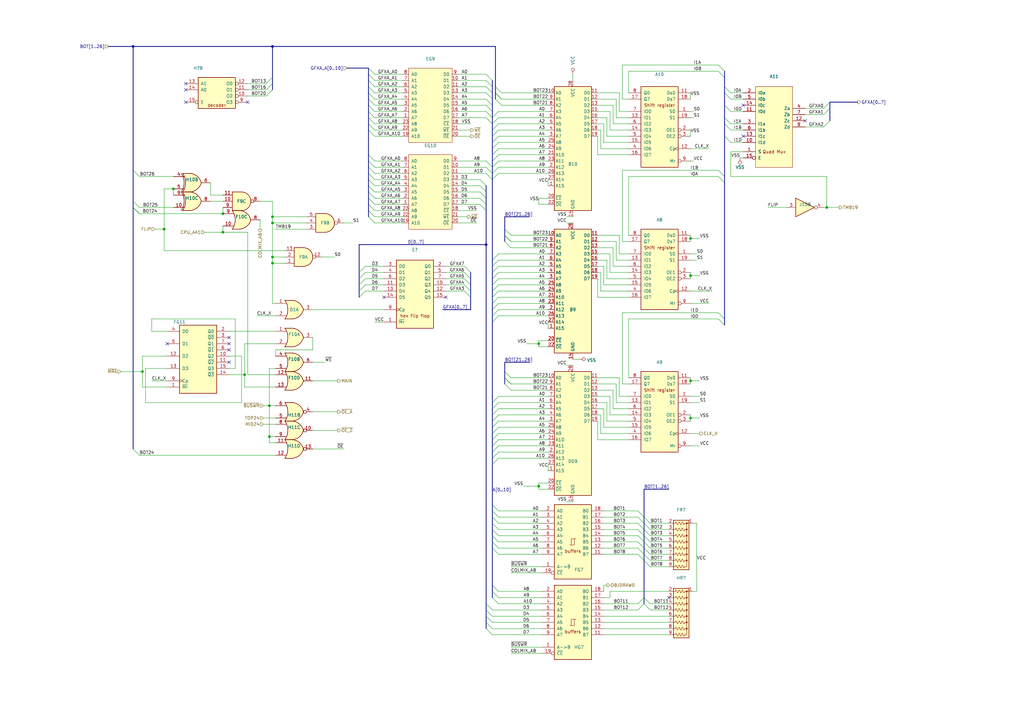
<source format=kicad_sch>
(kicad_sch (version 20211123) (generator eeschema)
  (paper "A3")
  (title_block (date "2022-04-29") (rev "J. Tejada") (company "JOTEGO") (comment 1 "JOTEGO"))
  (junction (at 283.21 113.03))
  (junction (at 111.76 91.44))
  (junction (at 283.21 97.79))
  (junction (at 339.09 85.09))
  (junction (at 67.31 93.98))
  (junction (at 100.33 153.67))
  (junction (at 111.76 105.41))
  (junction (at 111.76 19.05))
  (junction (at 54.61 19.05))
  (junction (at 220.98 199.39))
  (junction (at 283.21 171.45))
  (junction (at 110.49 166.37))
  (junction (at 283.21 156.21))
  (junction (at 111.76 107.95))
  (junction (at 110.49 179.07))
  (junction (at 91.44 87.63))
  (junction (at 71.12 77.47))
  (junction (at 58.42 152.4))
  (junction (at 220.98 140.97))
  (junction (at 111.76 88.9))
  (junction (at 91.44 95.25))
  (junction (at 199.39 100.33))
  (no_connect (at 93.98 140.97))
  (no_connect (at 101.6 41.91))
  (no_connect (at 330.2 49.53))
  (no_connect (at 93.98 138.43))
  (no_connect (at 274.32 245.11))
  (no_connect (at 304.8 55.88))
  (no_connect (at 304.8 43.18))
  (no_connect (at 68.58 140.97))
  (no_connect (at 182.88 121.92))
  (no_connect (at 76.2 36.83))
  (no_connect (at 93.98 148.59))
  (no_connect (at 76.2 34.29))
  (no_connect (at 157.48 121.92))
  (no_connect (at 76.2 41.91))
  (no_connect (at 93.98 143.51))
  (bus_entry (at 151.13 88.9) (size 2.54 2.54))
  (bus_entry (at 204.47 219.71) (size -2.54 -2.54))
  (bus_entry (at 204.47 224.79) (size -2.54 -2.54))
  (bus_entry (at 204.47 109.22) (size -2.54 2.54))
  (bus_entry (at 264.16 227.33) (size 2.54 2.54))
  (bus_entry (at 204.47 121.92) (size -2.54 2.54))
  (bus_entry (at 205.74 38.1) (size -2.54 -2.54))
  (bus_entry (at 54.61 184.15) (size 2.54 2.54))
  (bus_entry (at 199.39 48.26) (size 2.54 2.54))
  (bus_entry (at 201.93 255.27) (size -2.54 -2.54))
  (bus_entry (at 149.86 114.3) (size -2.54 2.54))
  (bus_entry (at 204.47 170.18) (size -2.54 2.54))
  (bus_entry (at 201.93 252.73) (size -2.54 -2.54))
  (bus_entry (at 109.22 36.83) (size 2.54 -2.54))
  (bus_entry (at 204.47 50.8) (size -2.54 2.54))
  (bus_entry (at 151.13 33.02) (size 2.54 2.54))
  (bus_entry (at 199.39 35.56) (size 2.54 2.54))
  (bus_entry (at 204.47 66.04) (size -2.54 2.54))
  (bus_entry (at 204.47 119.38) (size -2.54 2.54))
  (bus_entry (at 199.39 68.58) (size 2.54 2.54))
  (bus_entry (at 264.16 245.11) (size 2.54 2.54))
  (bus_entry (at 204.47 182.88) (size -2.54 2.54))
  (bus_entry (at 264.16 247.65) (size -2.54 2.54))
  (bus_entry (at 151.13 86.36) (size 2.54 2.54))
  (bus_entry (at 149.86 119.38) (size -2.54 2.54))
  (bus_entry (at 204.47 177.8) (size -2.54 2.54))
  (bus_entry (at 151.13 43.18) (size 2.54 2.54))
  (bus_entry (at 204.47 68.58) (size -2.54 2.54))
  (bus_entry (at 204.47 227.33) (size -2.54 -2.54))
  (bus_entry (at 201.93 257.81) (size -2.54 -2.54))
  (bus_entry (at 151.13 73.66) (size 2.54 2.54))
  (bus_entry (at 151.13 27.94) (size 2.54 2.54))
  (bus_entry (at 264.16 212.09) (size -2.54 -2.54))
  (bus_entry (at 151.13 53.34) (size 2.54 2.54))
  (bus_entry (at 204.47 167.64) (size -2.54 2.54))
  (bus_entry (at 151.13 66.04) (size 2.54 2.54))
  (bus_entry (at 151.13 81.28) (size 2.54 2.54))
  (bus_entry (at 297.18 43.18) (size 2.54 2.54))
  (bus_entry (at 264.16 229.87) (size -2.54 -2.54))
  (bus_entry (at 196.85 83.82) (size 2.54 2.54))
  (bus_entry (at 151.13 83.82) (size 2.54 2.54))
  (bus_entry (at 151.13 35.56) (size 2.54 2.54))
  (bus_entry (at 204.47 124.46) (size -2.54 2.54))
  (bus_entry (at 264.16 217.17) (size 2.54 2.54))
  (bus_entry (at 264.16 224.79) (size 2.54 2.54))
  (bus_entry (at 196.85 76.2) (size 2.54 2.54))
  (bus_entry (at 199.39 71.12) (size 2.54 2.54))
  (bus_entry (at 299.72 53.34) (size -2.54 -2.54))
  (bus_entry (at 204.47 212.09) (size -2.54 -2.54))
  (bus_entry (at 204.47 58.42) (size -2.54 2.54))
  (bus_entry (at 190.5 109.22) (size 2.54 2.54))
  (bus_entry (at 264.16 214.63) (size -2.54 -2.54))
  (bus_entry (at 151.13 63.5) (size 2.54 2.54))
  (bus_entry (at 209.55 157.48) (size -2.54 -2.54))
  (bus_entry (at 205.74 40.64) (size -2.54 -2.54))
  (bus_entry (at 294.64 72.39) (size 2.54 2.54))
  (bus_entry (at 151.13 38.1) (size 2.54 2.54))
  (bus_entry (at 190.5 111.76) (size 2.54 2.54))
  (bus_entry (at 209.55 99.06) (size -2.54 -2.54))
  (bus_entry (at 204.47 242.57) (size -2.54 -2.54))
  (bus_entry (at 199.39 40.64) (size 2.54 2.54))
  (bus_entry (at 204.47 217.17) (size -2.54 -2.54))
  (bus_entry (at 209.55 160.02) (size -2.54 -2.54))
  (bus_entry (at 204.47 247.65) (size -2.54 -2.54))
  (bus_entry (at 204.47 187.96) (size -2.54 2.54))
  (bus_entry (at 294.64 29.21) (size 2.54 2.54))
  (bus_entry (at 204.47 129.54) (size -2.54 2.54))
  (bus_entry (at 294.64 128.27) (size 2.54 2.54))
  (bus_entry (at 337.82 44.45) (size 2.54 -2.54))
  (bus_entry (at 204.47 162.56) (size -2.54 2.54))
  (bus_entry (at 204.47 165.1) (size -2.54 2.54))
  (bus_entry (at 199.39 43.18) (size 2.54 2.54))
  (bus_entry (at 196.85 78.74) (size 2.54 2.54))
  (bus_entry (at 209.55 154.94) (size -2.54 -2.54))
  (bus_entry (at 204.47 45.72) (size -2.54 2.54))
  (bus_entry (at 151.13 45.72) (size 2.54 2.54))
  (bus_entry (at 204.47 172.72) (size -2.54 2.54))
  (bus_entry (at 57.15 87.63) (size -2.54 -2.54))
  (bus_entry (at 264.16 227.33) (size -2.54 -2.54))
  (bus_entry (at 151.13 30.48) (size 2.54 2.54))
  (bus_entry (at 204.47 127) (size -2.54 2.54))
  (bus_entry (at 297.18 55.88) (size 2.54 2.54))
  (bus_entry (at 264.16 219.71) (size 2.54 2.54))
  (bus_entry (at 264.16 247.65) (size 2.54 2.54))
  (bus_entry (at 294.64 69.85) (size 2.54 2.54))
  (bus_entry (at 340.36 44.45) (size -2.54 2.54))
  (bus_entry (at 151.13 68.58) (size 2.54 2.54))
  (bus_entry (at 204.47 55.88) (size -2.54 2.54))
  (bus_entry (at 109.22 34.29) (size 2.54 -2.54))
  (bus_entry (at 264.16 229.87) (size 2.54 2.54))
  (bus_entry (at 204.47 104.14) (size -2.54 2.54))
  (bus_entry (at 204.47 60.96) (size -2.54 2.54))
  (bus_entry (at 199.39 33.02) (size 2.54 2.54))
  (bus_entry (at 264.16 245.11) (size -2.54 2.54))
  (bus_entry (at 204.47 71.12) (size -2.54 2.54))
  (bus_entry (at 209.55 96.52) (size -2.54 -2.54))
  (bus_entry (at 151.13 50.8) (size 2.54 2.54))
  (bus_entry (at 149.86 111.76) (size -2.54 2.54))
  (bus_entry (at 209.55 157.48) (size -2.54 -2.54))
  (bus_entry (at 294.64 130.81) (size 2.54 2.54))
  (bus_entry (at 204.47 63.5) (size -2.54 2.54))
  (bus_entry (at 151.13 71.12) (size 2.54 2.54))
  (bus_entry (at 190.5 116.84) (size 2.54 2.54))
  (bus_entry (at 149.86 116.84) (size -2.54 2.54))
  (bus_entry (at 196.85 73.66) (size 2.54 2.54))
  (bus_entry (at 199.39 30.48) (size 2.54 2.54))
  (bus_entry (at 199.39 66.04) (size 2.54 2.54))
  (bus_entry (at 297.18 38.1) (size 2.54 2.54))
  (bus_entry (at 196.85 81.28) (size 2.54 2.54))
  (bus_entry (at 199.39 38.1) (size 2.54 2.54))
  (bus_entry (at 297.18 48.26) (size 2.54 2.54))
  (bus_entry (at 294.64 26.67) (size 2.54 2.54))
  (bus_entry (at 264.16 222.25) (size -2.54 -2.54))
  (bus_entry (at 264.16 214.63) (size 2.54 2.54))
  (bus_entry (at 209.55 101.6) (size -2.54 -2.54))
  (bus_entry (at 204.47 106.68) (size -2.54 2.54))
  (bus_entry (at 204.47 175.26) (size -2.54 2.54))
  (bus_entry (at 264.16 212.09) (size 2.54 2.54))
  (bus_entry (at 57.15 87.63) (size -2.54 -2.54))
  (bus_entry (at 209.55 99.06) (size -2.54 -2.54))
  (bus_entry (at 151.13 78.74) (size 2.54 2.54))
  (bus_entry (at 299.72 38.1) (size -2.54 -2.54))
  (bus_entry (at 204.47 116.84) (size -2.54 2.54))
  (bus_entry (at 204.47 53.34) (size -2.54 2.54))
  (bus_entry (at 151.13 48.26) (size 2.54 2.54))
  (bus_entry (at 204.47 48.26) (size -2.54 2.54))
  (bus_entry (at 201.93 260.35) (size -2.54 -2.54))
  (bus_entry (at 151.13 76.2) (size 2.54 2.54))
  (bus_entry (at 204.47 111.76) (size -2.54 2.54))
  (bus_entry (at 57.15 72.39) (size -2.54 -2.54))
  (bus_entry (at 204.47 180.34) (size -2.54 2.54))
  (bus_entry (at 204.47 214.63) (size -2.54 -2.54))
  (bus_entry (at 109.22 39.37) (size 2.54 -2.54))
  (bus_entry (at 204.47 245.11) (size -2.54 -2.54))
  (bus_entry (at 205.74 40.64) (size -2.54 -2.54))
  (bus_entry (at 201.93 250.19) (size -2.54 -2.54))
  (bus_entry (at 205.74 43.18) (size -2.54 -2.54))
  (bus_entry (at 264.16 222.25) (size 2.54 2.54))
  (bus_entry (at 337.82 52.07) (size 2.54 -2.54))
  (bus_entry (at 264.16 217.17) (size -2.54 -2.54))
  (bus_entry (at 204.47 209.55) (size -2.54 -2.54))
  (bus_entry (at 57.15 85.09) (size -2.54 -2.54))
  (bus_entry (at 264.16 219.71) (size -2.54 -2.54))
  (bus_entry (at 264.16 224.79) (size -2.54 -2.54))
  (bus_entry (at 190.5 119.38) (size 2.54 2.54))
  (bus_entry (at 204.47 222.25) (size -2.54 -2.54))
  (bus_entry (at 199.39 45.72) (size 2.54 2.54))
  (bus_entry (at 204.47 185.42) (size -2.54 2.54))
  (bus_entry (at 151.13 40.64) (size 2.54 2.54))
  (bus_entry (at 190.5 114.3) (size 2.54 2.54))
  (bus_entry (at 204.47 114.3) (size -2.54 2.54))
  (bus_entry (at 149.86 109.22) (size -2.54 2.54))
  (wire (pts (xy 204.47 121.92) (xy 224.79 121.92)))
  (wire (pts (xy 205.74 43.18) (xy 224.79 43.18)))
  (wire (pts (xy 287.02 177.8) (xy 283.21 177.8)))
  (wire (pts (xy 133.35 148.59) (xy 128.27 148.59)))
  (wire (pts (xy 234.95 33.02) (xy 234.95 30.48)))
  (wire (pts (xy 187.96 45.72) (xy 199.39 45.72)))
  (wire (pts (xy 224.79 177.8) (xy 204.47 177.8)))
  (wire (pts (xy 247.65 222.25) (xy 261.62 222.25)))
  (wire (pts (xy 71.12 77.47) (xy 71.12 80.01)))
  (wire (pts (xy 220.98 198.12) (xy 220.98 199.39)))
  (wire (pts (xy 100.33 153.67) (xy 100.33 140.97)))
  (wire (pts (xy 299.72 53.34) (xy 304.8 53.34)))
  (bus (pts (xy 207.01 148.59) (xy 217.17 148.59)))
  (bus (pts (xy 201.93 222.25) (xy 201.93 224.79)))
  (wire (pts (xy 283.21 171.45) (xy 283.21 172.72)))
  (wire (pts (xy 204.47 129.54) (xy 224.79 129.54)))
  (wire (pts (xy 247.65 58.42) (xy 257.81 58.42)))
  (wire (pts (xy 245.11 157.48) (xy 252.73 157.48)))
  (bus (pts (xy 151.13 63.5) (xy 151.13 66.04)))
  (wire (pts (xy 254 154.94) (xy 254 162.56)))
  (wire (pts (xy 220.98 139.7) (xy 220.98 140.97)))
  (wire (pts (xy 93.98 135.89) (xy 113.03 135.89)))
  (bus (pts (xy 151.13 71.12) (xy 151.13 73.66)))
  (wire (pts (xy 247.65 257.81) (xy 274.32 257.81)))
  (wire (pts (xy 204.47 222.25) (xy 222.25 222.25)))
  (wire (pts (xy 204.47 187.96) (xy 224.79 187.96)))
  (bus (pts (xy 264.16 227.33) (xy 264.16 229.87)))
  (bus (pts (xy 201.93 33.02) (xy 201.93 35.56)))
  (wire (pts (xy 245.11 48.26) (xy 248.92 48.26)))
  (wire (pts (xy 247.65 260.35) (xy 274.32 260.35)))
  (wire (pts (xy 209.55 154.94) (xy 224.79 154.94)))
  (bus (pts (xy 264.16 224.79) (xy 264.16 227.33)))
  (bus (pts (xy 201.93 109.22) (xy 201.93 111.76)))
  (bus (pts (xy 199.39 86.36) (xy 199.39 100.33)))
  (wire (pts (xy 339.09 72.39) (xy 339.09 85.09)))
  (wire (pts (xy 113.03 151.13) (xy 110.49 151.13)))
  (bus (pts (xy 151.13 43.18) (xy 151.13 45.72)))
  (bus (pts (xy 201.93 121.92) (xy 201.93 124.46)))
  (wire (pts (xy 251.46 101.6) (xy 251.46 109.22)))
  (wire (pts (xy 209.55 101.6) (xy 224.79 101.6)))
  (wire (pts (xy 59.69 165.1) (xy 99.06 165.1)))
  (wire (pts (xy 283.21 60.96) (xy 290.83 60.96)))
  (wire (pts (xy 204.47 104.14) (xy 224.79 104.14)))
  (wire (pts (xy 68.58 151.13) (xy 59.69 151.13)))
  (wire (pts (xy 224.79 111.76) (xy 204.47 111.76)))
  (wire (pts (xy 204.47 53.34) (xy 224.79 53.34)))
  (bus (pts (xy 151.13 48.26) (xy 151.13 50.8)))
  (bus (pts (xy 297.18 55.88) (xy 297.18 72.39)))
  (bus (pts (xy 193.04 114.3) (xy 193.04 116.84)))
  (wire (pts (xy 304.8 62.23) (xy 299.72 62.23)))
  (wire (pts (xy 201.93 255.27) (xy 222.25 255.27)))
  (bus (pts (xy 297.18 35.56) (xy 297.18 38.1)))
  (wire (pts (xy 222.25 217.17) (xy 204.47 217.17)))
  (wire (pts (xy 245.11 101.6) (xy 251.46 101.6)))
  (bus (pts (xy 201.93 217.17) (xy 201.93 219.71)))
  (wire (pts (xy 254 162.56) (xy 257.81 162.56)))
  (wire (pts (xy 257.81 157.48) (xy 255.27 157.48)))
  (bus (pts (xy 151.13 50.8) (xy 151.13 53.34)))
  (wire (pts (xy 128.27 143.51) (xy 113.03 143.51)))
  (bus (pts (xy 264.16 245.11) (xy 264.16 247.65)))
  (wire (pts (xy 101.6 153.67) (xy 113.03 153.67)))
  (wire (pts (xy 314.96 85.09) (xy 322.58 85.09)))
  (wire (pts (xy 205.74 40.64) (xy 224.79 40.64)))
  (bus (pts (xy 147.32 114.3) (xy 147.32 116.84)))
  (wire (pts (xy 209.55 160.02) (xy 224.79 160.02)))
  (wire (pts (xy 245.11 106.68) (xy 248.92 106.68)))
  (wire (pts (xy 248.92 172.72) (xy 257.81 172.72)))
  (wire (pts (xy 99.06 146.05) (xy 93.98 146.05)))
  (wire (pts (xy 111.76 88.9) (xy 125.73 88.9)))
  (wire (pts (xy 57.15 87.63) (xy 91.44 87.63)))
  (bus (pts (xy 54.61 19.05) (xy 54.61 69.85)))
  (wire (pts (xy 91.44 87.63) (xy 91.44 85.09)))
  (wire (pts (xy 224.79 106.68) (xy 204.47 106.68)))
  (bus (pts (xy 201.93 165.1) (xy 201.93 167.64)))
  (wire (pts (xy 250.19 53.34) (xy 257.81 53.34)))
  (wire (pts (xy 113.03 186.69) (xy 57.15 186.69)))
  (wire (pts (xy 285.75 214.63) (xy 285.75 242.57)))
  (wire (pts (xy 245.11 160.02) (xy 251.46 160.02)))
  (bus (pts (xy 199.39 100.33) (xy 199.39 247.65)))
  (wire (pts (xy 257.81 40.64) (xy 255.27 40.64)))
  (wire (pts (xy 111.76 107.95) (xy 116.84 107.95)))
  (bus (pts (xy 151.13 81.28) (xy 151.13 83.82)))
  (wire (pts (xy 247.65 224.79) (xy 261.62 224.79)))
  (wire (pts (xy 101.6 36.83) (xy 109.22 36.83)))
  (wire (pts (xy 57.15 85.09) (xy 71.12 85.09)))
  (wire (pts (xy 330.2 46.99) (xy 337.82 46.99)))
  (wire (pts (xy 153.67 83.82) (xy 165.1 83.82)))
  (wire (pts (xy 153.67 91.44) (xy 165.1 91.44)))
  (wire (pts (xy 247.65 219.71) (xy 261.62 219.71)))
  (wire (pts (xy 204.47 58.42) (xy 224.79 58.42)))
  (wire (pts (xy 304.8 38.1) (xy 299.72 38.1)))
  (bus (pts (xy 201.93 116.84) (xy 201.93 119.38)))
  (wire (pts (xy 153.67 38.1) (xy 165.1 38.1)))
  (wire (pts (xy 224.79 124.46) (xy 204.47 124.46)))
  (bus (pts (xy 207.01 152.4) (xy 207.01 154.94)))
  (wire (pts (xy 250.19 245.11) (xy 250.19 242.57)))
  (bus (pts (xy 151.13 73.66) (xy 151.13 76.2)))
  (bus (pts (xy 151.13 78.74) (xy 151.13 81.28)))
  (bus (pts (xy 151.13 27.94) (xy 142.24 27.94)))
  (wire (pts (xy 266.7 227.33) (xy 274.32 227.33)))
  (wire (pts (xy 110.49 179.07) (xy 113.03 179.07)))
  (wire (pts (xy 157.48 116.84) (xy 149.86 116.84)))
  (wire (pts (xy 248.92 55.88) (xy 257.81 55.88)))
  (bus (pts (xy 207.01 96.52) (xy 207.01 99.06)))
  (wire (pts (xy 254 38.1) (xy 254 45.72)))
  (wire (pts (xy 91.44 80.01) (xy 86.36 80.01)))
  (wire (pts (xy 68.58 146.05) (xy 58.42 146.05)))
  (wire (pts (xy 283.21 182.88) (xy 287.02 182.88)))
  (bus (pts (xy 111.76 19.05) (xy 54.61 19.05)))
  (wire (pts (xy 187.96 78.74) (xy 196.85 78.74)))
  (wire (pts (xy 245.11 55.88) (xy 245.11 63.5)))
  (wire (pts (xy 222.25 267.97) (xy 209.55 267.97)))
  (wire (pts (xy 299.72 72.39) (xy 339.09 72.39)))
  (wire (pts (xy 153.67 73.66) (xy 165.1 73.66)))
  (wire (pts (xy 100.33 158.75) (xy 113.03 158.75)))
  (bus (pts (xy 297.18 43.18) (xy 297.18 48.26)))
  (wire (pts (xy 247.65 217.17) (xy 261.62 217.17)))
  (bus (pts (xy 151.13 68.58) (xy 151.13 71.12)))
  (wire (pts (xy 254 96.52) (xy 254 104.14)))
  (bus (pts (xy 151.13 76.2) (xy 151.13 78.74)))
  (wire (pts (xy 299.72 50.8) (xy 304.8 50.8)))
  (bus (pts (xy 264.16 222.25) (xy 264.16 224.79)))
  (wire (pts (xy 247.65 252.73) (xy 274.32 252.73)))
  (wire (pts (xy 101.6 95.25) (xy 91.44 95.25)))
  (wire (pts (xy 204.47 116.84) (xy 224.79 116.84)))
  (wire (pts (xy 339.09 85.09) (xy 337.82 85.09)))
  (wire (pts (xy 257.81 130.81) (xy 257.81 154.94)))
  (wire (pts (xy 153.67 35.56) (xy 165.1 35.56)))
  (wire (pts (xy 252.73 48.26) (xy 257.81 48.26)))
  (bus (pts (xy 199.39 255.27) (xy 199.39 257.81)))
  (wire (pts (xy 190.5 109.22) (xy 182.88 109.22)))
  (wire (pts (xy 283.21 97.79) (xy 283.21 99.06)))
  (bus (pts (xy 201.93 209.55) (xy 201.93 212.09)))
  (wire (pts (xy 111.76 107.95) (xy 111.76 105.41)))
  (bus (pts (xy 193.04 119.38) (xy 193.04 121.92)))
  (bus (pts (xy 147.32 119.38) (xy 147.32 121.92)))
  (wire (pts (xy 247.65 214.63) (xy 261.62 214.63)))
  (bus (pts (xy 201.93 172.72) (xy 201.93 175.26)))
  (bus (pts (xy 207.01 88.9) (xy 217.17 88.9)))
  (bus (pts (xy 147.32 100.33) (xy 199.39 100.33)))
  (wire (pts (xy 247.65 209.55) (xy 261.62 209.55)))
  (wire (pts (xy 283.21 113.03) (xy 283.21 114.3)))
  (bus (pts (xy 201.93 180.34) (xy 201.93 182.88)))
  (wire (pts (xy 220.98 199.39) (xy 220.98 200.66)))
  (wire (pts (xy 251.46 50.8) (xy 257.81 50.8)))
  (wire (pts (xy 187.96 83.82) (xy 196.85 83.82)))
  (wire (pts (xy 187.96 33.02) (xy 199.39 33.02)))
  (wire (pts (xy 234.95 88.9) (xy 232.41 88.9)))
  (wire (pts (xy 255.27 40.64) (xy 255.27 26.67)))
  (wire (pts (xy 255.27 128.27) (xy 294.64 128.27)))
  (bus (pts (xy 201.93 63.5) (xy 201.93 66.04)))
  (wire (pts (xy 283.21 124.46) (xy 290.83 124.46)))
  (bus (pts (xy 151.13 45.72) (xy 151.13 48.26)))
  (bus (pts (xy 201.93 45.72) (xy 201.93 48.26)))
  (wire (pts (xy 283.21 171.45) (xy 287.02 171.45)))
  (wire (pts (xy 220.98 140.97) (xy 220.98 142.24)))
  (wire (pts (xy 252.73 106.68) (xy 257.81 106.68)))
  (wire (pts (xy 187.96 35.56) (xy 199.39 35.56)))
  (bus (pts (xy 297.18 48.26) (xy 297.18 50.8)))
  (wire (pts (xy 224.79 81.28) (xy 220.98 81.28)))
  (wire (pts (xy 245.11 111.76) (xy 246.38 111.76)))
  (wire (pts (xy 204.47 45.72) (xy 224.79 45.72)))
  (wire (pts (xy 246.38 53.34) (xy 246.38 60.96)))
  (wire (pts (xy 283.21 53.34) (xy 283.21 55.88)))
  (wire (pts (xy 246.38 111.76) (xy 246.38 119.38)))
  (wire (pts (xy 266.7 219.71) (xy 274.32 219.71)))
  (wire (pts (xy 266.7 214.63) (xy 274.32 214.63)))
  (wire (pts (xy 344.17 85.09) (xy 339.09 85.09)))
  (wire (pts (xy 222.25 245.11) (xy 204.47 245.11)))
  (wire (pts (xy 157.48 111.76) (xy 149.86 111.76)))
  (wire (pts (xy 224.79 132.08) (xy 224.79 134.62)))
  (bus (pts (xy 201.93 170.18) (xy 201.93 172.72)))
  (wire (pts (xy 224.79 119.38) (xy 204.47 119.38)))
  (wire (pts (xy 283.21 66.04) (xy 284.48 66.04)))
  (bus (pts (xy 201.93 60.96) (xy 201.93 63.5)))
  (wire (pts (xy 128.27 138.43) (xy 128.27 143.51)))
  (wire (pts (xy 204.47 48.26) (xy 224.79 48.26)))
  (wire (pts (xy 101.6 39.37) (xy 109.22 39.37)))
  (bus (pts (xy 151.13 53.34) (xy 151.13 63.5)))
  (wire (pts (xy 62.23 156.21) (xy 68.58 156.21)))
  (wire (pts (xy 250.19 242.57) (xy 274.32 242.57)))
  (wire (pts (xy 187.96 43.18) (xy 199.39 43.18)))
  (wire (pts (xy 111.76 105.41) (xy 116.84 105.41)))
  (wire (pts (xy 250.19 104.14) (xy 250.19 111.76)))
  (wire (pts (xy 190.5 111.76) (xy 182.88 111.76)))
  (bus (pts (xy 201.93 111.76) (xy 201.93 114.3)))
  (bus (pts (xy 201.93 177.8) (xy 201.93 180.34)))
  (wire (pts (xy 246.38 60.96) (xy 257.81 60.96)))
  (wire (pts (xy 248.92 48.26) (xy 248.92 55.88)))
  (wire (pts (xy 330.2 52.07) (xy 337.82 52.07)))
  (bus (pts (xy 193.04 116.84) (xy 193.04 119.38)))
  (bus (pts (xy 151.13 33.02) (xy 151.13 35.56)))
  (bus (pts (xy 201.93 73.66) (xy 201.93 106.68)))
  (wire (pts (xy 113.03 166.37) (xy 110.49 166.37)))
  (wire (pts (xy 205.74 38.1) (xy 224.79 38.1)))
  (bus (pts (xy 297.18 31.75) (xy 297.18 35.56)))
  (wire (pts (xy 204.47 66.04) (xy 224.79 66.04)))
  (bus (pts (xy 54.61 85.09) (xy 54.61 184.15)))
  (wire (pts (xy 283.21 113.03) (xy 287.02 113.03)))
  (wire (pts (xy 255.27 26.67) (xy 294.64 26.67)))
  (wire (pts (xy 232.41 205.74) (xy 234.95 205.74)))
  (wire (pts (xy 111.76 88.9) (xy 111.76 82.55)))
  (wire (pts (xy 153.67 81.28) (xy 165.1 81.28)))
  (wire (pts (xy 283.21 96.52) (xy 283.21 97.79)))
  (bus (pts (xy 111.76 34.29) (xy 111.76 36.83)))
  (wire (pts (xy 283.21 104.14) (xy 285.75 104.14)))
  (wire (pts (xy 245.11 109.22) (xy 247.65 109.22)))
  (wire (pts (xy 107.95 171.45) (xy 113.03 171.45)))
  (bus (pts (xy 264.16 219.71) (xy 264.16 222.25)))
  (bus (pts (xy 207.01 154.94) (xy 207.01 157.48)))
  (bus (pts (xy 264.16 217.17) (xy 264.16 219.71)))
  (wire (pts (xy 204.47 71.12) (xy 224.79 71.12)))
  (wire (pts (xy 245.11 45.72) (xy 250.19 45.72)))
  (wire (pts (xy 257.81 29.21) (xy 257.81 38.1)))
  (wire (pts (xy 63.5 93.98) (xy 67.31 93.98)))
  (bus (pts (xy 201.93 58.42) (xy 201.93 60.96)))
  (wire (pts (xy 299.72 58.42) (xy 304.8 58.42)))
  (bus (pts (xy 264.16 200.66) (xy 264.16 212.09)))
  (wire (pts (xy 247.65 175.26) (xy 257.81 175.26)))
  (bus (pts (xy 151.13 86.36) (xy 151.13 88.9)))
  (wire (pts (xy 222.25 252.73) (xy 201.93 252.73)))
  (wire (pts (xy 106.68 90.17) (xy 106.68 93.98)))
  (wire (pts (xy 91.44 95.25) (xy 91.44 92.71)))
  (wire (pts (xy 224.79 198.12) (xy 220.98 198.12)))
  (wire (pts (xy 224.79 185.42) (xy 204.47 185.42)))
  (wire (pts (xy 247.65 167.64) (xy 247.65 175.26)))
  (wire (pts (xy 58.42 146.05) (xy 58.42 152.4)))
  (wire (pts (xy 137.16 105.41) (xy 132.08 105.41)))
  (wire (pts (xy 247.65 50.8) (xy 247.65 58.42)))
  (bus (pts (xy 203.2 19.05) (xy 203.2 35.56)))
  (wire (pts (xy 283.21 111.76) (xy 283.21 113.03)))
  (bus (pts (xy 201.93 212.09) (xy 201.93 214.63)))
  (wire (pts (xy 111.76 124.46) (xy 113.03 124.46)))
  (wire (pts (xy 245.11 53.34) (xy 246.38 53.34)))
  (bus (pts (xy 193.04 111.76) (xy 193.04 114.3)))
  (wire (pts (xy 255.27 69.85) (xy 294.64 69.85)))
  (bus (pts (xy 54.61 69.85) (xy 54.61 82.55)))
  (wire (pts (xy 222.25 212.09) (xy 204.47 212.09)))
  (wire (pts (xy 247.65 255.27) (xy 274.32 255.27)))
  (bus (pts (xy 199.39 252.73) (xy 199.39 255.27)))
  (wire (pts (xy 86.36 80.01) (xy 86.36 74.93)))
  (wire (pts (xy 193.04 55.88) (xy 187.96 55.88)))
  (wire (pts (xy 199.39 71.12) (xy 187.96 71.12)))
  (wire (pts (xy 204.47 167.64) (xy 224.79 167.64)))
  (wire (pts (xy 234.95 147.32) (xy 237.49 147.32)))
  (wire (pts (xy 204.47 175.26) (xy 224.79 175.26)))
  (bus (pts (xy 201.93 119.38) (xy 201.93 121.92)))
  (wire (pts (xy 250.19 162.56) (xy 250.19 170.18)))
  (bus (pts (xy 297.18 130.81) (xy 297.18 133.35)))
  (wire (pts (xy 67.31 102.87) (xy 116.84 102.87)))
  (bus (pts (xy 201.93 129.54) (xy 201.93 132.08)))
  (bus (pts (xy 201.93 106.68) (xy 201.93 109.22)))
  (wire (pts (xy 252.73 165.1) (xy 257.81 165.1)))
  (wire (pts (xy 284.48 48.26) (xy 283.21 48.26)))
  (wire (pts (xy 266.7 229.87) (xy 274.32 229.87)))
  (wire (pts (xy 287.02 165.1) (xy 283.21 165.1)))
  (wire (pts (xy 187.96 40.64) (xy 199.39 40.64)))
  (wire (pts (xy 165.1 88.9) (xy 153.67 88.9)))
  (wire (pts (xy 187.96 91.44) (xy 195.58 91.44)))
  (wire (pts (xy 67.31 102.87) (xy 67.31 93.98)))
  (bus (pts (xy 151.13 35.56) (xy 151.13 38.1)))
  (wire (pts (xy 204.47 50.8) (xy 224.79 50.8)))
  (bus (pts (xy 151.13 38.1) (xy 151.13 40.64)))
  (wire (pts (xy 222.25 219.71) (xy 204.47 219.71)))
  (bus (pts (xy 193.04 121.92) (xy 193.04 127)))
  (wire (pts (xy 111.76 91.44) (xy 125.73 91.44)))
  (wire (pts (xy 204.47 247.65) (xy 222.25 247.65)))
  (wire (pts (xy 234.95 149.86) (xy 232.41 149.86)))
  (wire (pts (xy 224.79 165.1) (xy 204.47 165.1)))
  (bus (pts (xy 201.93 66.04) (xy 201.93 68.58)))
  (wire (pts (xy 283.21 162.56) (xy 287.02 162.56)))
  (wire (pts (xy 247.65 250.19) (xy 261.62 250.19)))
  (wire (pts (xy 190.5 119.38) (xy 182.88 119.38)))
  (wire (pts (xy 140.97 184.15) (xy 128.27 184.15)))
  (wire (pts (xy 67.31 77.47) (xy 71.12 77.47)))
  (bus (pts (xy 199.39 250.19) (xy 199.39 252.73)))
  (wire (pts (xy 204.47 68.58) (xy 224.79 68.58)))
  (wire (pts (xy 330.2 44.45) (xy 337.82 44.45)))
  (wire (pts (xy 247.65 212.09) (xy 261.62 212.09)))
  (bus (pts (xy 340.36 41.91) (xy 351.79 41.91)))
  (wire (pts (xy 193.04 50.8) (xy 187.96 50.8)))
  (wire (pts (xy 68.58 135.89) (xy 62.23 135.89)))
  (bus (pts (xy 201.93 48.26) (xy 201.93 50.8)))
  (bus (pts (xy 201.93 127) (xy 201.93 129.54)))
  (wire (pts (xy 113.03 143.51) (xy 113.03 146.05)))
  (bus (pts (xy 297.18 29.21) (xy 297.18 31.75)))
  (wire (pts (xy 257.81 29.21) (xy 294.64 29.21)))
  (wire (pts (xy 222.25 265.43) (xy 209.55 265.43)))
  (wire (pts (xy 153.67 50.8) (xy 165.1 50.8)))
  (wire (pts (xy 153.67 43.18) (xy 165.1 43.18)))
  (wire (pts (xy 128.27 176.53) (xy 138.43 176.53)))
  (wire (pts (xy 283.21 38.1) (xy 283.21 40.64)))
  (bus (pts (xy 201.93 43.18) (xy 201.93 45.72)))
  (bus (pts (xy 54.61 82.55) (xy 54.61 85.09)))
  (wire (pts (xy 247.65 109.22) (xy 247.65 116.84)))
  (wire (pts (xy 251.46 160.02) (xy 251.46 167.64)))
  (wire (pts (xy 58.42 152.4) (xy 58.42 158.75)))
  (wire (pts (xy 101.6 34.29) (xy 109.22 34.29)))
  (wire (pts (xy 204.47 109.22) (xy 224.79 109.22)))
  (wire (pts (xy 187.96 73.66) (xy 196.85 73.66)))
  (wire (pts (xy 204.47 214.63) (xy 222.25 214.63)))
  (wire (pts (xy 246.38 170.18) (xy 246.38 177.8)))
  (wire (pts (xy 113.03 93.98) (xy 125.73 93.98)))
  (wire (pts (xy 245.11 40.64) (xy 252.73 40.64)))
  (wire (pts (xy 251.46 109.22) (xy 257.81 109.22)))
  (bus (pts (xy 151.13 83.82) (xy 151.13 86.36)))
  (wire (pts (xy 247.65 240.03) (xy 248.92 240.03)))
  (wire (pts (xy 248.92 114.3) (xy 257.81 114.3)))
  (bus (pts (xy 199.39 76.2) (xy 199.39 78.74)))
  (wire (pts (xy 204.47 60.96) (xy 224.79 60.96)))
  (bus (pts (xy 151.13 40.64) (xy 151.13 43.18)))
  (wire (pts (xy 266.7 217.17) (xy 274.32 217.17)))
  (wire (pts (xy 190.5 116.84) (xy 182.88 116.84)))
  (bus (pts (xy 201.93 242.57) (xy 201.93 245.11)))
  (wire (pts (xy 157.48 109.22) (xy 149.86 109.22)))
  (wire (pts (xy 222.25 224.79) (xy 204.47 224.79)))
  (wire (pts (xy 199.39 66.04) (xy 187.96 66.04)))
  (wire (pts (xy 245.11 99.06) (xy 252.73 99.06)))
  (wire (pts (xy 246.38 119.38) (xy 257.81 119.38)))
  (bus (pts (xy 201.93 185.42) (xy 201.93 187.96)))
  (wire (pts (xy 187.96 68.58) (xy 199.39 68.58)))
  (wire (pts (xy 246.38 177.8) (xy 257.81 177.8)))
  (wire (pts (xy 245.11 154.94) (xy 254 154.94)))
  (wire (pts (xy 245.11 162.56) (xy 250.19 162.56)))
  (wire (pts (xy 157.48 119.38) (xy 149.86 119.38)))
  (wire (pts (xy 96.52 130.81) (xy 96.52 151.13)))
  (wire (pts (xy 254 104.14) (xy 257.81 104.14)))
  (bus (pts (xy 201.93 190.5) (xy 201.93 207.01)))
  (wire (pts (xy 128.27 168.91) (xy 138.43 168.91)))
  (wire (pts (xy 294.64 72.39) (xy 257.81 72.39)))
  (bus (pts (xy 201.93 207.01) (xy 201.93 209.55)))
  (wire (pts (xy 224.79 114.3) (xy 204.47 114.3)))
  (wire (pts (xy 153.67 48.26) (xy 165.1 48.26)))
  (wire (pts (xy 222.25 234.95) (xy 209.55 234.95)))
  (wire (pts (xy 283.21 154.94) (xy 283.21 156.21)))
  (wire (pts (xy 224.79 182.88) (xy 204.47 182.88)))
  (wire (pts (xy 196.85 76.2) (xy 187.96 76.2)))
  (wire (pts (xy 266.7 232.41) (xy 274.32 232.41)))
  (wire (pts (xy 83.82 95.25) (xy 91.44 95.25)))
  (bus (pts (xy 297.18 50.8) (xy 297.18 55.88)))
  (wire (pts (xy 111.76 105.41) (xy 111.76 91.44)))
  (bus (pts (xy 147.32 116.84) (xy 147.32 119.38)))
  (bus (pts (xy 201.93 71.12) (xy 201.93 73.66)))
  (wire (pts (xy 283.21 97.79) (xy 287.02 97.79)))
  (wire (pts (xy 153.67 45.72) (xy 165.1 45.72)))
  (wire (pts (xy 93.98 153.67) (xy 100.33 153.67)))
  (bus (pts (xy 151.13 27.94) (xy 151.13 30.48)))
  (wire (pts (xy 266.7 250.19) (xy 274.32 250.19)))
  (wire (pts (xy 245.11 50.8) (xy 247.65 50.8)))
  (wire (pts (xy 224.79 73.66) (xy 224.79 76.2)))
  (wire (pts (xy 153.67 30.48) (xy 165.1 30.48)))
  (bus (pts (xy 201.93 187.96) (xy 201.93 190.5)))
  (wire (pts (xy 138.43 156.21) (xy 128.27 156.21)))
  (wire (pts (xy 187.96 88.9) (xy 191.77 88.9)))
  (wire (pts (xy 96.52 151.13) (xy 93.98 151.13)))
  (wire (pts (xy 110.49 181.61) (xy 113.03 181.61)))
  (bus (pts (xy 340.36 44.45) (xy 340.36 49.53)))
  (wire (pts (xy 257.81 72.39) (xy 257.81 96.52)))
  (wire (pts (xy 251.46 43.18) (xy 251.46 50.8)))
  (wire (pts (xy 153.67 53.34) (xy 165.1 53.34)))
  (wire (pts (xy 285.75 106.68) (xy 283.21 106.68)))
  (wire (pts (xy 245.11 38.1) (xy 254 38.1)))
  (wire (pts (xy 266.7 222.25) (xy 274.32 222.25)))
  (wire (pts (xy 247.65 240.03) (xy 247.65 242.57)))
  (wire (pts (xy 283.21 170.18) (xy 283.21 171.45)))
  (wire (pts (xy 201.93 260.35) (xy 222.25 260.35)))
  (wire (pts (xy 91.44 82.55) (xy 86.36 82.55)))
  (wire (pts (xy 220.98 200.66) (xy 224.79 200.66)))
  (bus (pts (xy 201.93 214.63) (xy 201.93 217.17)))
  (wire (pts (xy 157.48 132.08) (xy 153.67 132.08)))
  (wire (pts (xy 245.11 180.34) (xy 257.81 180.34)))
  (wire (pts (xy 100.33 140.97) (xy 113.03 140.97)))
  (bus (pts (xy 201.93 40.64) (xy 201.93 43.18)))
  (wire (pts (xy 247.65 247.65) (xy 261.62 247.65)))
  (wire (pts (xy 58.42 158.75) (xy 68.58 158.75)))
  (wire (pts (xy 215.9 140.97) (xy 220.98 140.97)))
  (wire (pts (xy 153.67 66.04) (xy 165.1 66.04)))
  (bus (pts (xy 207.01 88.9) (xy 207.01 93.98)))
  (wire (pts (xy 252.73 99.06) (xy 252.73 106.68)))
  (bus (pts (xy 201.93 175.26) (xy 201.93 177.8)))
  (wire (pts (xy 153.67 55.88) (xy 165.1 55.88)))
  (bus (pts (xy 340.36 41.91) (xy 340.36 44.45)))
  (wire (pts (xy 105.41 129.54) (xy 113.03 129.54)))
  (wire (pts (xy 224.79 190.5) (xy 224.79 193.04)))
  (bus (pts (xy 264.16 200.66) (xy 274.32 200.66)))
  (wire (pts (xy 190.5 114.3) (xy 182.88 114.3)))
  (wire (pts (xy 254 45.72) (xy 257.81 45.72)))
  (bus (pts (xy 201.93 50.8) (xy 201.93 53.34)))
  (bus (pts (xy 203.2 35.56) (xy 203.2 38.1)))
  (wire (pts (xy 245.11 167.64) (xy 247.65 167.64)))
  (wire (pts (xy 107.95 166.37) (xy 110.49 166.37)))
  (wire (pts (xy 245.11 170.18) (xy 246.38 170.18)))
  (wire (pts (xy 107.95 173.99) (xy 113.03 173.99)))
  (wire (pts (xy 101.6 153.67) (xy 101.6 95.25)))
  (bus (pts (xy 207.01 93.98) (xy 207.01 96.52)))
  (bus (pts (xy 297.18 72.39) (xy 297.18 74.93)))
  (wire (pts (xy 204.47 55.88) (xy 224.79 55.88)))
  (wire (pts (xy 204.47 180.34) (xy 224.79 180.34)))
  (wire (pts (xy 209.55 96.52) (xy 224.79 96.52)))
  (wire (pts (xy 299.72 40.64) (xy 304.8 40.64)))
  (wire (pts (xy 247.65 116.84) (xy 257.81 116.84)))
  (wire (pts (xy 100.33 153.67) (xy 100.33 158.75)))
  (bus (pts (xy 297.18 74.93) (xy 297.18 130.81)))
  (wire (pts (xy 153.67 68.58) (xy 165.1 68.58)))
  (bus (pts (xy 199.39 78.74) (xy 199.39 81.28)))
  (bus (pts (xy 264.16 229.87) (xy 264.16 245.11)))
  (bus (pts (xy 111.76 19.05) (xy 111.76 31.75)))
  (bus (pts (xy 297.18 38.1) (xy 297.18 43.18)))
  (wire (pts (xy 234.95 91.44) (xy 232.41 91.44)))
  (wire (pts (xy 245.11 172.72) (xy 245.11 180.34)))
  (wire (pts (xy 245.11 121.92) (xy 257.81 121.92)))
  (wire (pts (xy 266.7 247.65) (xy 274.32 247.65)))
  (wire (pts (xy 266.7 224.79) (xy 274.32 224.79)))
  (bus (pts (xy 147.32 100.33) (xy 147.32 111.76)))
  (wire (pts (xy 220.98 83.82) (xy 224.79 83.82)))
  (wire (pts (xy 111.76 82.55) (xy 106.68 82.55)))
  (wire (pts (xy 250.19 170.18) (xy 257.81 170.18)))
  (wire (pts (xy 257.81 130.81) (xy 294.64 130.81)))
  (bus (pts (xy 201.93 124.46) (xy 201.93 127)))
  (wire (pts (xy 99.06 165.1) (xy 99.06 146.05)))
  (wire (pts (xy 57.15 72.39) (xy 71.12 72.39)))
  (wire (pts (xy 67.31 93.98) (xy 67.31 77.47)))
  (bus (pts (xy 201.93 55.88) (xy 201.93 58.42)))
  (bus (pts (xy 201.93 224.79) (xy 201.93 240.03)))
  (bus (pts (xy 201.93 240.03) (xy 201.93 242.57)))
  (wire (pts (xy 245.11 43.18) (xy 251.46 43.18)))
  (wire (pts (xy 292.1 119.38) (xy 283.21 119.38)))
  (bus (pts (xy 203.2 38.1) (xy 203.2 40.64)))
  (wire (pts (xy 204.47 242.57) (xy 222.25 242.57)))
  (bus (pts (xy 199.39 81.28) (xy 199.39 83.82)))
  (bus (pts (xy 201.93 219.71) (xy 201.93 222.25)))
  (wire (pts (xy 153.67 86.36) (xy 165.1 86.36)))
  (wire (pts (xy 204.47 63.5) (xy 224.79 63.5)))
  (wire (pts (xy 220.98 142.24) (xy 224.79 142.24)))
  (wire (pts (xy 283.21 45.72) (xy 284.48 45.72)))
  (bus (pts (xy 264.16 214.63) (xy 264.16 217.17)))
  (wire (pts (xy 204.47 227.33) (xy 222.25 227.33)))
  (wire (pts (xy 220.98 81.28) (xy 220.98 83.82)))
  (wire (pts (xy 284.48 242.57) (xy 285.75 242.57)))
  (bus (pts (xy 151.13 30.48) (xy 151.13 33.02)))
  (wire (pts (xy 304.8 45.72) (xy 299.72 45.72)))
  (wire (pts (xy 187.96 30.48) (xy 199.39 30.48)))
  (bus (pts (xy 147.32 111.76) (xy 147.32 114.3)))
  (bus (pts (xy 201.93 182.88) (xy 201.93 185.42)))
  (wire (pts (xy 283.21 156.21) (xy 283.21 157.48)))
  (wire (pts (xy 62.23 135.89) (xy 62.23 130.81)))
  (bus (pts (xy 54.61 19.05) (xy 44.45 19.05)))
  (wire (pts (xy 196.85 81.28) (xy 187.96 81.28)))
  (wire (pts (xy 153.67 40.64) (xy 165.1 40.64)))
  (wire (pts (xy 153.67 76.2) (xy 165.1 76.2)))
  (bus (pts (xy 181.61 127) (xy 193.04 127)))
  (wire (pts (xy 209.55 157.48) (xy 224.79 157.48)))
  (wire (pts (xy 255.27 157.48) (xy 255.27 128.27)))
  (wire (pts (xy 222.25 257.81) (xy 201.93 257.81)))
  (wire (pts (xy 250.19 45.72) (xy 250.19 53.34)))
  (wire (pts (xy 187.96 48.26) (xy 199.39 48.26)))
  (bus (pts (xy 201.93 114.3) (xy 201.93 116.84)))
  (wire (pts (xy 245.11 104.14) (xy 250.19 104.14)))
  (wire (pts (xy 248.92 165.1) (xy 248.92 172.72)))
  (wire (pts (xy 193.04 53.34) (xy 187.96 53.34)))
  (wire (pts (xy 251.46 167.64) (xy 257.81 167.64)))
  (wire (pts (xy 285.75 214.63) (xy 284.48 214.63)))
  (wire (pts (xy 110.49 166.37) (xy 110.49 179.07)))
  (bus (pts (xy 199.39 247.65) (xy 199.39 250.19)))
  (wire (pts (xy 245.11 63.5) (xy 257.81 63.5)))
  (bus (pts (xy 201.93 167.64) (xy 201.93 170.18)))
  (bus (pts (xy 201.93 38.1) (xy 201.93 40.64)))
  (bus (pts (xy 111.76 31.75) (xy 111.76 34.29)))
  (wire (pts (xy 245.11 96.52) (xy 254 96.52)))
  (wire (pts (xy 153.67 71.12) (xy 165.1 71.12)))
  (wire (pts (xy 111.76 124.46) (xy 111.76 107.95)))
  (wire (pts (xy 224.79 170.18) (xy 204.47 170.18)))
  (bus (pts (xy 264.16 212.09) (xy 264.16 214.63)))
  (wire (pts (xy 110.49 179.07) (xy 110.49 181.61)))
  (wire (pts (xy 49.53 152.4) (xy 58.42 152.4)))
  (wire (pts (xy 187.96 38.1) (xy 199.39 38.1)))
  (wire (pts (xy 255.27 99.06) (xy 255.27 69.85)))
  (wire (pts (xy 299.72 62.23) (xy 299.72 72.39)))
  (wire (pts (xy 252.73 157.48) (xy 252.73 165.1)))
  (wire (pts (xy 283.21 156.21) (xy 287.02 156.21)))
  (wire (pts (xy 110.49 151.13) (xy 110.49 166.37)))
  (wire (pts (xy 252.73 40.64) (xy 252.73 48.26)))
  (wire (pts (xy 204.47 162.56) (xy 224.79 162.56)))
  (wire (pts (xy 257.81 99.06) (xy 255.27 99.06)))
  (wire (pts (xy 245.11 165.1) (xy 248.92 165.1)))
  (wire (pts (xy 247.65 245.11) (xy 250.19 245.11)))
  (wire (pts (xy 245.11 121.92) (xy 245.11 114.3)))
  (wire (pts (xy 157.48 114.3) (xy 149.86 114.3)))
  (bus (pts (xy 203.2 19.05) (xy 111.76 19.05)))
  (wire (pts (xy 187.96 86.36) (xy 195.58 86.36)))
  (wire (pts (xy 144.78 91.44) (xy 140.97 91.44)))
  (wire (pts (xy 111.76 91.44) (xy 111.76 88.9)))
  (wire (pts (xy 153.67 78.74) (xy 165.1 78.74)))
  (wire (pts (xy 128.27 127) (xy 157.48 127)))
  (bus (pts (xy 151.13 66.04) (xy 151.13 68.58)))
  (bus (pts (xy 201.93 68.58) (xy 201.93 71.12)))
  (wire (pts (xy 224.79 172.72) (xy 204.47 172.72)))
  (wire (pts (xy 62.23 130.81) (xy 96.52 130.81)))
  (wire (pts (xy 204.47 209.55) (xy 222.25 209.55)))
  (wire (pts (xy 248.92 106.68) (xy 248.92 114.3)))
  (wire (pts (xy 250.19 111.76) (xy 257.81 111.76)))
  (wire (pts (xy 224.79 139.7) (xy 220.98 139.7)))
  (bus (pts (xy 201.93 53.34) (xy 201.93 55.88)))
  (bus (pts (xy 201.93 35.56) (xy 201.93 38.1)))
  (bus (pts (xy 201.93 132.08) (xy 201.93 165.1)))
  (wire (pts (xy 222.25 250.19) (xy 201.93 250.19)))
  (bus (pts (xy 207.01 148.59) (xy 207.01 152.4)))
  (wire (pts (xy 59.69 151.13) (xy 59.69 165.1)))
  (wire (pts (xy 222.25 232.41) (xy 209.55 232.41)))
  (wire (pts (xy 209.55 99.06) (xy 224.79 99.06)))
  (wire (pts (xy 304.8 64.77) (xy 303.53 64.77)))
  (wire (pts (xy 214.63 199.39) (xy 220.98 199.39)))
  (bus (pts (xy 199.39 83.82) (xy 199.39 86.36)))
  (wire (pts (xy 247.65 227.33) (xy 261.62 227.33)))
  (wire (pts (xy 153.67 33.02) (xy 165.1 33.02)))
  (wire (pts (xy 224.79 127) (xy 204.47 127)))
  (label "COLMIX_AB" (at 209.55 267.97 0))
  (label "A4" (at 223.52 55.88 180))
  (label "~{WE}" (at 133.35 148.59 0))
  (label "VSS" (at 215.9 140.97 180))
  (label "BOT11" (at 257.81 247.65 180))
  (label "A2" (at 191.77 35.56 180))
  (label "I0D" (at 283.21 130.81 0))
  (label "BOT20" (at 109.22 39.37 180))
  (label "BOT12" (at 274.32 250.19 180))
  (label "A9" (at 223.52 68.58 180))
  (label "VSS" (at 283.21 39.37 0))
  (label "A3" (at 191.77 38.1 180))
  (label "D3" (at 217.17 250.19 180))
  (label "A4" (at 223.52 114.3 180))
  (label "I0B" (at 284.48 29.21 0))
  (label "S0" (at 284.48 45.72 0))
  (label "D4" (at 191.77 76.2 180))
  (label "I0B" (at 300.99 40.64 0))
  (label "VSS" (at 220.98 82.55 180))
  (label "GFXA_A8" (at 154.94 50.8 0))
  (label "A2" (at 218.44 214.63 0))
  (label "A8" (at 196.85 66.04 180))
  (label "A8" (at 223.52 66.04 180))
  (label "BOT8" (at 256.54 227.33 180))
  (label "I0A" (at 300.99 38.1 0))
  (label "S0" (at 137.16 105.41 0))
  (label "GFXA1" (at 337.82 46.99 180))
  (label "BOT22" (at 224.79 157.48 180))
  (label "TMB19" (at 113.03 93.98 0))
  (label "GFXA0" (at 337.82 44.45 180))
  (label "A6" (at 223.52 119.38 180))
  (label "BOT6" (at 256.54 222.25 180))
  (label "A3" (at 223.52 111.76 180))
  (label "~{BUSWR}" (at 209.55 232.41 0))
  (label "VCC" (at 232.41 91.44 180))
  (label "GFXA_A1" (at 154.94 33.02 0))
  (label "GFXA_A4" (at 154.94 40.64 0))
  (label "VCC" (at 224.79 74.93 180))
  (label "A0" (at 223.52 162.56 180))
  (label "GFXA_A9" (at 156.21 88.9 0))
  (label "VCC" (at 224.79 133.35 180))
  (label "GFXA_A3" (at 154.94 38.1 0))
  (label "I1A" (at 284.48 26.67 0))
  (label "BOT3" (at 256.54 214.63 180))
  (label "I1D" (at 283.21 128.27 0))
  (label "D6" (at 152.4 116.84 0))
  (label "A3" (at 218.44 217.17 0))
  (label "BOT16" (at 109.22 36.83 180))
  (label "BOT22" (at 224.79 99.06 180))
  (label "A4" (at 218.44 219.71 0))
  (label "D4" (at 152.4 111.76 0))
  (label "I0A" (at 283.21 72.39 0))
  (label "VCC" (at 285.75 229.87 0))
  (label "VSS" (at 232.41 205.74 180))
  (label "S1" (at 287.02 165.1 0))
  (label "~{OE}" (at 140.97 184.15 180))
  (label "GFXA_A0" (at 154.94 30.48 0))
  (label "VSS" (at 287.02 97.79 0))
  (label "D7" (at 152.4 119.38 0))
  (label "S0" (at 287.02 162.56 0))
  (label "A9" (at 196.85 68.58 180))
  (label "GFXA_A2" (at 156.21 71.12 0))
  (label "BOT3" (at 271.78 219.71 180))
  (label "A3" (at 223.52 53.34 180))
  (label "GFXA_A0" (at 156.21 66.04 0))
  (label "~{BUSWR}" (at 209.55 265.43 0))
  (label "A1" (at 223.52 165.1 180))
  (label "BOT6" (at 271.78 227.33 180))
  (label "BOT5" (at 256.54 219.71 180))
  (label "GFXA_A5" (at 156.21 78.74 0))
  (label "BOT7" (at 271.78 229.87 180))
  (label "VCC" (at 224.79 191.77 180))
  (label "BOT24" (at 58.42 87.63 0))
  (label "CLK_X" (at 292.1 119.38 180))
  (label "A3" (at 223.52 170.18 180))
  (label "A7" (at 223.52 121.92 180))
  (label "D7" (at 217.17 260.35 180))
  (label "BOT[21..26]" (at 207.01 148.59 0))
  (label "A0" (at 218.44 209.55 0))
  (label "A4" (at 191.77 40.64 180))
  (label "GFXA_A3" (at 156.21 73.66 0))
  (label "A7" (at 191.77 48.26 180))
  (label "A9" (at 217.17 245.11 180))
  (label "BOT[21..26]" (at 207.01 88.9 0))
  (label "D4" (at 217.17 252.73 180))
  (label "GFXA3" (at 190.5 119.38 180))
  (label "GFXA_A10" (at 156.21 91.44 0))
  (label "A6" (at 218.44 224.79 0))
  (label "A5" (at 191.77 43.18 180))
  (label "BOT21" (at 224.79 101.6 180))
  (label "A10" (at 198.12 71.12 180))
  (label "A1" (at 191.77 33.02 180))
  (label "BOT8" (at 271.78 232.41 180))
  (label "A10" (at 223.52 71.12 180))
  (label "VCC" (at 153.67 132.08 0))
  (label "GFXA6" (at 190.5 111.76 180))
  (label "A10" (at 214.63 247.65 0))
  (label "D[0..7]" (at 173.99 100.33 180))
  (label "S1" (at 144.78 91.44 0))
  (label "A8" (at 223.52 124.46 180))
  (label "CLK_X" (at 62.23 156.21 0))
  (label "VSS" (at 287.02 113.03 0))
  (label "BOT26" (at 63.5 72.39 180))
  (label "A8" (at 223.52 182.88 180))
  (label "BOT23" (at 224.79 38.1 180))
  (label "S1" (at 284.48 48.26 0))
  (label "I1D" (at 300.99 58.42 0))
  (label "COLMIX_AB" (at 209.55 234.95 0))
  (label "VSS" (at 195.58 86.36 180))
  (label "GFXA5" (at 190.5 114.3 180))
  (label "A4" (at 223.52 172.72 180))
  (label "VSS" (at 193.04 50.8 180))
  (label "BOT2" (at 256.54 212.09 180))
  (label "BOT24" (at 57.15 186.69 0))
  (label "BOT4" (at 271.78 222.25 180))
  (label "~{OE}" (at 195.58 91.44 180))
  (label "A7" (at 223.52 180.34 180))
  (label "A8" (at 214.63 242.57 0))
  (label "GFXA_A10" (at 154.94 55.88 0))
  (label "A10" (at 223.52 187.96 180))
  (label "GFXA_A7" (at 154.94 48.26 0))
  (label "BOT25" (at 64.77 85.09 180))
  (label "BOT5" (at 271.78 224.79 180))
  (label "CLK_X" (at 290.83 60.96 180))
  (label "GFXA_A8" (at 156.21 86.36 0))
  (label "GFXA_A4" (at 156.21 76.2 0))
  (label "I1B" (at 283.21 69.85 0))
  (label "VSS" (at 232.41 88.9 180))
  (label "BOT23" (at 224.79 154.94 180))
  (label "VCC" (at 287.02 182.88 0))
  (label "A5" (at 223.52 116.84 180))
  (label "BOT4" (at 256.54 217.17 180))
  (label "VCC" (at 290.83 124.46 180))
  (label "VSS" (at 287.02 171.45 0))
  (label "VSS" (at 214.63 199.39 180))
  (label "BOT23" (at 224.79 96.52 180))
  (label "A[0..10]" (at 201.93 201.93 0))
  (label "A0" (at 191.77 30.48 180))
  (label "A5" (at 223.52 175.26 180))
  (label "A6" (at 191.77 45.72 180))
  (label "S0" (at 285.75 104.14 0))
  (label "A1" (at 218.44 212.09 0))
  (label "BOT7" (at 256.54 224.79 180))
  (label "D6" (at 191.77 81.28 180))
  (label "A6" (at 223.52 60.96 180))
  (label "A9" (at 223.52 127 180))
  (label "A1" (at 223.52 48.26 180))
  (label "GFXA[0..7]" (at 181.61 127 0))
  (label "A0" (at 223.52 45.72 180))
  (label "A6" (at 223.52 177.8 180))
  (label "D3" (at 152.4 109.22 0))
  (label "GFXA_A7" (at 156.21 83.82 0))
  (label "A2" (at 223.52 167.64 180))
  (label "BOT21" (at 224.79 160.02 180))
  (label "D5" (at 152.4 114.3 0))
  (label "GFXA7" (at 190.5 109.22 180))
  (label "BOT[1..26]" (at 264.16 200.66 0))
  (label "VSS" (at 287.02 156.21 0))
  (label "I1A" (at 300.99 50.8 0))
  (label "BOT2" (at 271.78 217.17 180))
  (label "GFXA_A5" (at 154.94 43.18 0))
  (label "FLIP" (at 314.96 85.09 0))
  (label "VCC" (at 232.41 149.86 180))
  (label "A5" (at 218.44 222.25 0))
  (label "A2" (at 223.52 109.22 180))
  (label "I1B" (at 300.99 53.34 0))
  (label "BOT1" (at 256.54 209.55 180))
  (label "BOT12" (at 257.81 250.19 180))
  (label "A0" (at 223.52 104.14 180))
  (label "A2" (at 223.52 50.8 180))
  (label "A7" (at 223.52 63.5 180))
  (label "D5" (at 217.17 255.27 180))
  (label "GFXA_A9" (at 154.94 53.34 0))
  (label "GFXA_A6" (at 154.94 45.72 0))
  (label "GFXA_A1" (at 156.21 68.58 0))
  (label "BOT11" (at 274.32 247.65 180))
  (label "D3" (at 191.77 73.66 180))
  (label "GFXA2" (at 337.82 52.07 180))
  (label "BOT22" (at 224.79 40.64 180))
  (label "BOT21" (at 224.79 43.18 180))
  (label "BOT13" (at 109.22 34.29 180))
  (label "A10" (at 223.52 129.54 180))
  (label "GFXA_A6" (at 156.21 81.28 0))
  (label "GFXA4" (at 190.5 116.84 180))
  (label "D6" (at 217.17 257.81 180))
  (label "A7" (at 218.44 227.33 0))
  (label "VSS" (at 283.21 54.61 0))
  (label "CLK_X" (at 105.41 129.54 0))
  (label "BOT1" (at 271.78 214.63 180))
  (label "I0D" (at 300.99 45.72 0))
  (label "D7" (at 191.77 83.82 180))
  (label "S1" (at 285.75 106.68 0))
  (label "VSS" (at 303.53 64.77 180))
  (label "A5" (at 223.52 58.42 180))
  (label "VCC" (at 284.48 66.04 0))
  (label "A1" (at 223.52 106.68 180))
  (label "D5" (at 191.77 78.74 180))
  (label "GFXA_A2" (at 154.94 35.56 0))
  (label "A9" (at 223.52 185.42 180))
  (hierarchical_label "COLMIX_AB" (shape output) (at 106.68 93.98 270))
  (hierarchical_label "CLK_X" (shape output) (at 287.02 177.8 0))
  (hierarchical_label "~{WE}" (shape output) (at 193.04 53.34 0))
  (hierarchical_label "BOT[1..26]" (shape input) (at 44.45 19.05 180))
  (hierarchical_label "CPU_AA1" (shape input) (at 83.82 95.25 180))
  (hierarchical_label "MAIN" (shape output) (at 138.43 156.21 0))
  (hierarchical_label "FLIP" (shape input) (at 63.5 93.98 180))
  (hierarchical_label "GFXA_A[0..10]" (shape input) (at 142.24 27.94 180))
  (hierarchical_label "~{OE_A}" (shape output) (at 138.43 168.91 0))
  (hierarchical_label "~{OE_Z}" (shape output) (at 138.43 176.53 0))
  (hierarchical_label "OBJDRAW0" (shape output) (at 248.92 240.03 0))
  (hierarchical_label "TMB19" (shape output) (at 344.17 85.09 0))
  (hierarchical_label "~{BUSWR}" (shape input) (at 107.95 166.37 180))
  (hierarchical_label "GFXA[0..7]" (shape output) (at 351.79 41.91 0))
  (hierarchical_label "~{OE}" (shape output) (at 193.04 55.88 0))
  (hierarchical_label "TOP24" (shape input) (at 107.95 171.45 180))
  (hierarchical_label "~{WE}" (shape output) (at 191.77 88.9 0))
  (hierarchical_label "MID24" (shape input) (at 107.95 173.99 180))
  (hierarchical_label "~{MRA}" (shape input) (at 49.53 152.4 180))
  (symbol (lib_id "Device:R_Network08_US") (at 279.4 224.79 270) (unit 1)
    (property "Reference" "FR7" (at 279.4 209.1182 90))
    (property "Datasheet" "http://www.vishay.com/docs/31509/csc.pdf" (effects hide))
  )
  (symbol (lib_id "Device:R_Network08_US") (at 279.4 252.73 270) (unit 1)
    (property "Reference" "HR7" (at 279.4 237.0582 90))
    (property "Datasheet" "http://www.vishay.com/docs/31509/csc.pdf" (effects hide))
  )
  (symbol (lib_id "jt74:74LS299") (at 270.51 50.8 0) (mirror y) (unit 1)
    (property "Reference" "A10" (at 270.51 30.48 0))
    (property "Datasheet" "http://www.ti.com/lit/gpn/sn74LS299" (effects hide))
  )
  (symbol (lib_id "jt74:74LS299") (at 270.51 109.22 0) (mirror y) (unit 1)
    (property "Reference" "A8" (at 270.51 90.17 0))
    (property "Datasheet" "http://www.ti.com/lit/gpn/sn74LS299" (effects hide))
  )
  (symbol (lib_id "jt74:74LS157") (at 317.5 50.8 0) (unit 1)
    (property "Reference" "A11" (at 317.5 31.369 0))
    (property "Datasheet" "http://www.ti.com/lit/gpn/sn74LS157" (effects hide))
  )
  (symbol (lib_id "jt74:74LS32") (at 120.65 127 0) (unit 1)
    (property "Reference" "D1" (at 120.65 127 0))
    (property "Datasheet" "http://www.ti.com/lit/gpn/sn74LS32" (effects hide))
  )
  (symbol (lib_id "jt74:74LS10") (at 124.46 105.41 0) (mirror x) (unit 1)
    (property "Reference" "F9" (at 124.46 105.41 0))
    (property "Datasheet" "http://www.ti.com/lit/gpn/sn74LS10" (effects hide))
  )
  (symbol (lib_id "jt74:74LS10") (at 133.35 91.44 0) (mirror x) (unit 2)
    (property "Reference" "F9" (at 133.35 91.44 0))
    (property "Datasheet" "http://www.ti.com/lit/gpn/sn74LS10" (effects hide))
  )
  (symbol (lib_id "jt74:74LS10") (at 99.06 82.55 0) (mirror x) (unit 3)
    (property "Reference" "F9" (at 99.06 82.55 0))
    (property "Datasheet" "http://www.ti.com/lit/gpn/sn74LS10" (effects hide))
  )
  (symbol (lib_id "jt74:74LS174") (at 170.18 119.38 0) (unit 1)
    (property "Reference" "E?" (at 170.18 102.4382 0))
    (property "Datasheet" "http://www.ti.com/lit/gpn/sn74LS174" (effects hide))
  )
  (symbol (lib_id "jt74:74LS299") (at 270.51 167.64 0) (mirror y) (unit 1)
    (property "Reference" "A9" (at 270.51 148.59 0))
    (property "Datasheet" "http://www.ti.com/lit/gpn/sn74LS299" (effects hide))
  )
  (symbol (lib_id "Memory_EPROM:27512") (at 234.95 177.8 0) (unit 1)
    (property "Reference" "DG9" (at 234.95 189.23 0))
    (property "Datasheet" "http://pdf.datasheetcatalog.com/datasheets/120/227190_DS.pdf" (effects hide))
  )
  (symbol (lib_id "Memory_EPROM:27512") (at 234.95 119.38 0) (unit 1)
    (property "Reference" "B9" (at 234.95 127 0))
    (property "Datasheet" "http://pdf.datasheetcatalog.com/datasheets/120/227190_DS.pdf" (effects hide))
  )
  (symbol (lib_id "Memory_EPROM:27512") (at 234.95 60.96 0) (unit 1)
    (property "Reference" "B10" (at 234.95 67.31 0))
    (property "Datasheet" "http://pdf.datasheetcatalog.com/datasheets/120/227190_DS.pdf" (effects hide))
  )
  (symbol (lib_id "jt74:74LS32") (at 99.06 90.17 0) (unit 3)
    (property "Reference" "F10" (at 99.06 88.9 0))
    (property "Datasheet" "http://www.ti.com/lit/gpn/sn74LS32" (effects hide))
  )
  (symbol (lib_id "jt74:74LS86") (at 78.74 82.55 0) (unit 3)
    (property "Reference" "H10" (at 78.74 81.28 0))
    (property "Datasheet" "74xx/74ls86.pdf" (effects hide))
  )
  (symbol (lib_id "jt74:74LS86") (at 78.74 74.93 0) (unit 2)
    (property "Reference" "H10" (at 78.74 73.66 0))
    (property "Datasheet" "74xx/74ls86.pdf" (effects hide))
  )
  (symbol (lib_id "arcade:CXK5816") (at 175.26 48.26 0) (unit 1)
    (property "Reference" "EG9" (at 176.53 24.13 0))
  )
  (symbol (lib_id "jt74:74LS32") (at 120.65 138.43 0) (unit 1)
    (property "Reference" "F10" (at 120.65 137.16 0))
    (property "Datasheet" "http://www.ti.com/lit/gpn/sn74LS32" (effects hide))
  )
  (symbol (lib_id "jt74:74LS32") (at 120.65 148.59 0) (unit 2)
    (property "Reference" "F10" (at 120.65 147.32 0))
    (property "Datasheet" "http://www.ti.com/lit/gpn/sn74LS32" (effects hide))
  )
  (symbol (lib_id "jt74:74LS32") (at 120.65 156.21 0) (unit 4)
    (property "Reference" "F10" (at 120.65 154.94 0))
    (property "Datasheet" "http://www.ti.com/lit/gpn/sn74LS32" (effects hide))
  )
  (symbol (lib_id "jt74:74LS175") (at 81.28 146.05 0) (unit 1)
    (property "Reference" "FG11" (at 73.66 132.08 0))
    (property "Datasheet" "http://www.ti.com/lit/gpn/sn74LS175" (effects hide))
  )
  (symbol (lib_id "jt74:74LS04") (at 330.2 85.09 0) (unit 2)
    (property "Reference" "J15" (at 330.2 83.82 0))
    (property "Datasheet" "http://www.ti.com/lit/gpn/sn74LS04" (effects hide))
  )
  (symbol (lib_id "jt74:74LS139") (at 88.9 36.83 0) (unit 2)
    (property "Reference" "H?" (at 81.28 27.94 0))
    (property "Datasheet" "http://www.ti.com/lit/gpn/sn74LS139" (effects hide))
  )
  (symbol (lib_id "arcade:CXK5816") (at 175.26 83.82 0) (unit 1)
    (property "Reference" "EG10" (at 176.53 59.69 0))
  )
  (symbol (lib_id "jt74:74LS245") (at 234.95 222.25 0) (unit 1)
    (property "Reference" "FG7" (at 237.49 233.68 0))
    (property "Datasheet" "http://www.ti.com/lit/gpn/sn74LS245" (effects hide))
  )
  (symbol (lib_id "jt74:74LS245") (at 234.95 255.27 0) (unit 1)
    (property "Reference" "HG7" (at 237.49 265.43 0))
    (property "Datasheet" "http://www.ti.com/lit/gpn/sn74LS245" (effects hide))
  )
  (symbol (lib_id "jt74:74LS02") (at 120.65 168.91 0) (mirror x) (unit 2)
    (property "Reference" "H11" (at 120.65 170.18 0))
    (property "Datasheet" "http://www.ti.com/lit/gpn/sn74ls02" (effects hide))
  )
  (symbol (lib_id "jt74:74LS02") (at 120.65 176.53 0) (unit 3)
    (property "Reference" "H11" (at 120.65 175.26 0))
    (property "Datasheet" "http://www.ti.com/lit/gpn/sn74ls02" (effects hide))
  )
  (symbol (lib_id "jt74:74LS02") (at 120.65 184.15 0) (unit 4)
    (property "Reference" "H11" (at 120.65 182.88 0))
    (property "Datasheet" "http://www.ti.com/lit/gpn/sn74ls02" (effects hide))
  )
  (symbol (lib_id "power:VCC") (at 234.95 30.48 0) (unit 1)
    (property "Reference" "#PWR04" (effects hide))
  )
  (symbol (lib_id "power:VSS") (at 237.49 147.32 270) (unit 1)
    (property "Reference" "#PWR05" (effects hide))
  )
  (symbol (lib_id "power:VSS") (at 303.53 64.77 180) (unit 1)
    (property "Reference" "#PWR0112" (effects hide))
  )
)
</source>
